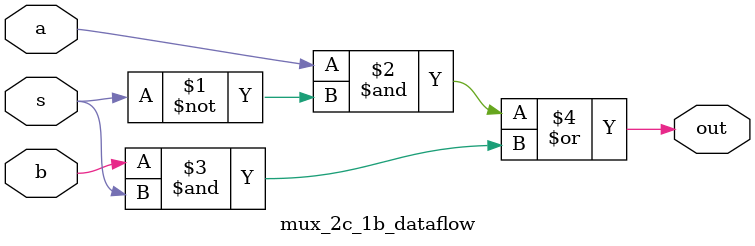
<source format=v>
module mux_2c_1b_dataflow(out, s, a, b);

    output out;         // mux output
    input  s, a, b;     // mux inputs
    
    assign out = (a & (~ s)) | (b & s); 

endmodule 
</source>
